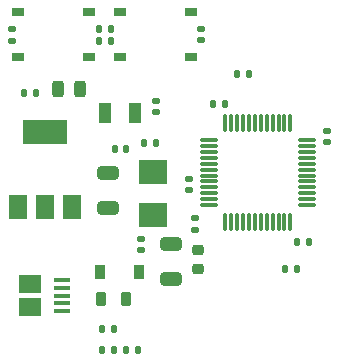
<source format=gbr>
%TF.GenerationSoftware,KiCad,Pcbnew,(6.0.7)*%
%TF.CreationDate,2022-09-12T19:53:53+08:00*%
%TF.ProjectId,STM32Breakout,53544d33-3242-4726-9561-6b6f75742e6b,rev?*%
%TF.SameCoordinates,Original*%
%TF.FileFunction,Paste,Top*%
%TF.FilePolarity,Positive*%
%FSLAX46Y46*%
G04 Gerber Fmt 4.6, Leading zero omitted, Abs format (unit mm)*
G04 Created by KiCad (PCBNEW (6.0.7)) date 2022-09-12 19:53:53*
%MOMM*%
%LPD*%
G01*
G04 APERTURE LIST*
G04 Aperture macros list*
%AMRoundRect*
0 Rectangle with rounded corners*
0 $1 Rounding radius*
0 $2 $3 $4 $5 $6 $7 $8 $9 X,Y pos of 4 corners*
0 Add a 4 corners polygon primitive as box body*
4,1,4,$2,$3,$4,$5,$6,$7,$8,$9,$2,$3,0*
0 Add four circle primitives for the rounded corners*
1,1,$1+$1,$2,$3*
1,1,$1+$1,$4,$5*
1,1,$1+$1,$6,$7*
1,1,$1+$1,$8,$9*
0 Add four rect primitives between the rounded corners*
20,1,$1+$1,$2,$3,$4,$5,0*
20,1,$1+$1,$4,$5,$6,$7,0*
20,1,$1+$1,$6,$7,$8,$9,0*
20,1,$1+$1,$8,$9,$2,$3,0*%
G04 Aperture macros list end*
%ADD10RoundRect,0.140000X0.140000X0.170000X-0.140000X0.170000X-0.140000X-0.170000X0.140000X-0.170000X0*%
%ADD11RoundRect,0.218750X-0.218750X-0.381250X0.218750X-0.381250X0.218750X0.381250X-0.218750X0.381250X0*%
%ADD12RoundRect,0.140000X0.170000X-0.140000X0.170000X0.140000X-0.170000X0.140000X-0.170000X-0.140000X0*%
%ADD13RoundRect,0.218750X0.256250X-0.218750X0.256250X0.218750X-0.256250X0.218750X-0.256250X-0.218750X0*%
%ADD14RoundRect,0.135000X0.135000X0.185000X-0.135000X0.185000X-0.135000X-0.185000X0.135000X-0.185000X0*%
%ADD15RoundRect,0.250000X0.650000X-0.325000X0.650000X0.325000X-0.650000X0.325000X-0.650000X-0.325000X0*%
%ADD16R,1.350000X0.400000*%
%ADD17R,1.900000X1.500000*%
%ADD18RoundRect,0.135000X-0.135000X-0.185000X0.135000X-0.185000X0.135000X0.185000X-0.135000X0.185000X0*%
%ADD19R,1.000000X0.750000*%
%ADD20RoundRect,0.250000X-0.650000X0.325000X-0.650000X-0.325000X0.650000X-0.325000X0.650000X0.325000X0*%
%ADD21R,1.000000X1.800000*%
%ADD22RoundRect,0.135000X-0.185000X0.135000X-0.185000X-0.135000X0.185000X-0.135000X0.185000X0.135000X0*%
%ADD23RoundRect,0.140000X-0.170000X0.140000X-0.170000X-0.140000X0.170000X-0.140000X0.170000X0.140000X0*%
%ADD24RoundRect,0.243750X0.243750X0.456250X-0.243750X0.456250X-0.243750X-0.456250X0.243750X-0.456250X0*%
%ADD25R,2.400000X2.000000*%
%ADD26R,1.500000X2.000000*%
%ADD27R,3.800000X2.000000*%
%ADD28RoundRect,0.140000X-0.140000X-0.170000X0.140000X-0.170000X0.140000X0.170000X-0.140000X0.170000X0*%
%ADD29RoundRect,0.075000X-0.662500X-0.075000X0.662500X-0.075000X0.662500X0.075000X-0.662500X0.075000X0*%
%ADD30RoundRect,0.075000X-0.075000X-0.662500X0.075000X-0.662500X0.075000X0.662500X-0.075000X0.662500X0*%
%ADD31RoundRect,0.135000X0.185000X-0.135000X0.185000X0.135000X-0.185000X0.135000X-0.185000X-0.135000X0*%
%ADD32R,0.900000X1.200000*%
G04 APERTURE END LIST*
D10*
%TO.C,C12*%
X89634000Y-94234000D03*
X88674000Y-94234000D03*
%TD*%
D11*
%TO.C,FB1*%
X85043500Y-107442000D03*
X87168500Y-107442000D03*
%TD*%
D12*
%TO.C,C14*%
X93472000Y-85570000D03*
X93472000Y-84610000D03*
%TD*%
D13*
%TO.C,D3*%
X93218000Y-104927500D03*
X93218000Y-103352500D03*
%TD*%
D14*
%TO.C,R7*%
X86106000Y-109982000D03*
X85086000Y-109982000D03*
%TD*%
%TO.C,R2*%
X101602000Y-104902000D03*
X100582000Y-104902000D03*
%TD*%
D12*
%TO.C,C11*%
X89662000Y-91666000D03*
X89662000Y-90706000D03*
%TD*%
D15*
%TO.C,C2*%
X90932000Y-105742000D03*
X90932000Y-102792000D03*
%TD*%
D16*
%TO.C,J1*%
X81726500Y-105888000D03*
X81726500Y-106538000D03*
X81726500Y-107188000D03*
X81726500Y-107838000D03*
X81726500Y-108488000D03*
D17*
X79026500Y-106188000D03*
X79026500Y-108188000D03*
%TD*%
D18*
%TO.C,R4*%
X84834000Y-85598000D03*
X85854000Y-85598000D03*
%TD*%
D10*
%TO.C,C6*%
X102588000Y-102616000D03*
X101628000Y-102616000D03*
%TD*%
D19*
%TO.C,S1*%
X78026000Y-83215000D03*
X84026000Y-83215000D03*
X78026000Y-86965000D03*
X84026000Y-86965000D03*
%TD*%
D18*
%TO.C,R6*%
X85088000Y-111760000D03*
X86108000Y-111760000D03*
%TD*%
D20*
%TO.C,C1*%
X85598000Y-96823000D03*
X85598000Y-99773000D03*
%TD*%
D21*
%TO.C,Y2*%
X87864000Y-91694000D03*
X85364000Y-91694000D03*
%TD*%
D22*
%TO.C,R9*%
X92964000Y-100582000D03*
X92964000Y-101602000D03*
%TD*%
D23*
%TO.C,C4*%
X104140000Y-93246000D03*
X104140000Y-94206000D03*
%TD*%
D24*
%TO.C,D2*%
X83233500Y-89662000D03*
X81358500Y-89662000D03*
%TD*%
D10*
%TO.C,C9*%
X87122000Y-94742000D03*
X86162000Y-94742000D03*
%TD*%
D18*
%TO.C,R1*%
X96518000Y-88392000D03*
X97538000Y-88392000D03*
%TD*%
D25*
%TO.C,Y1*%
X89408000Y-96702000D03*
X89408000Y-100402000D03*
%TD*%
D26*
%TO.C,U1*%
X77964000Y-99670000D03*
X80264000Y-99670000D03*
D27*
X80264000Y-93370000D03*
D26*
X82564000Y-99670000D03*
%TD*%
D19*
%TO.C,S2*%
X92662000Y-86965000D03*
X86662000Y-86965000D03*
X92662000Y-83215000D03*
X86662000Y-83215000D03*
%TD*%
D28*
%TO.C,C13*%
X84864000Y-84582000D03*
X85824000Y-84582000D03*
%TD*%
D29*
%TO.C,U2*%
X94135500Y-94024000D03*
X94135500Y-94524000D03*
X94135500Y-95024000D03*
X94135500Y-95524000D03*
X94135500Y-96024000D03*
X94135500Y-96524000D03*
X94135500Y-97024000D03*
X94135500Y-97524000D03*
X94135500Y-98024000D03*
X94135500Y-98524000D03*
X94135500Y-99024000D03*
X94135500Y-99524000D03*
D30*
X95548000Y-100936500D03*
X96048000Y-100936500D03*
X96548000Y-100936500D03*
X97048000Y-100936500D03*
X97548000Y-100936500D03*
X98048000Y-100936500D03*
X98548000Y-100936500D03*
X99048000Y-100936500D03*
X99548000Y-100936500D03*
X100048000Y-100936500D03*
X100548000Y-100936500D03*
X101048000Y-100936500D03*
D29*
X102460500Y-99524000D03*
X102460500Y-99024000D03*
X102460500Y-98524000D03*
X102460500Y-98024000D03*
X102460500Y-97524000D03*
X102460500Y-97024000D03*
X102460500Y-96524000D03*
X102460500Y-96024000D03*
X102460500Y-95524000D03*
X102460500Y-95024000D03*
X102460500Y-94524000D03*
X102460500Y-94024000D03*
D30*
X101048000Y-92611500D03*
X100548000Y-92611500D03*
X100048000Y-92611500D03*
X99548000Y-92611500D03*
X99048000Y-92611500D03*
X98548000Y-92611500D03*
X98048000Y-92611500D03*
X97548000Y-92611500D03*
X97048000Y-92611500D03*
X96548000Y-92611500D03*
X96048000Y-92611500D03*
X95548000Y-92611500D03*
%TD*%
D23*
%TO.C,C10*%
X88392000Y-102390000D03*
X88392000Y-103350000D03*
%TD*%
D31*
%TO.C,R3*%
X77470000Y-85600000D03*
X77470000Y-84580000D03*
%TD*%
D28*
%TO.C,C5*%
X94516000Y-90932000D03*
X95476000Y-90932000D03*
%TD*%
D12*
%TO.C,C3*%
X92456000Y-98270000D03*
X92456000Y-97310000D03*
%TD*%
D18*
%TO.C,R8*%
X78484000Y-90018000D03*
X79504000Y-90018000D03*
%TD*%
%TO.C,R5*%
X87120000Y-111760000D03*
X88140000Y-111760000D03*
%TD*%
D32*
%TO.C,D1*%
X88264000Y-105156000D03*
X84964000Y-105156000D03*
%TD*%
M02*

</source>
